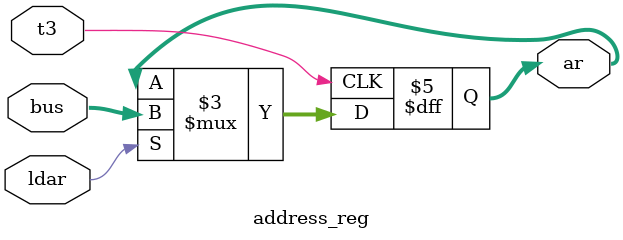
<source format=v>
module address_reg(ldar,t3,bus,ar);
input [7:0]  bus;
input ldar,t3;
output [7:0] ar;
reg [7:0]ar;
always @(posedge t3 )
if(ldar)
   ar=bus;
endmodule

</source>
